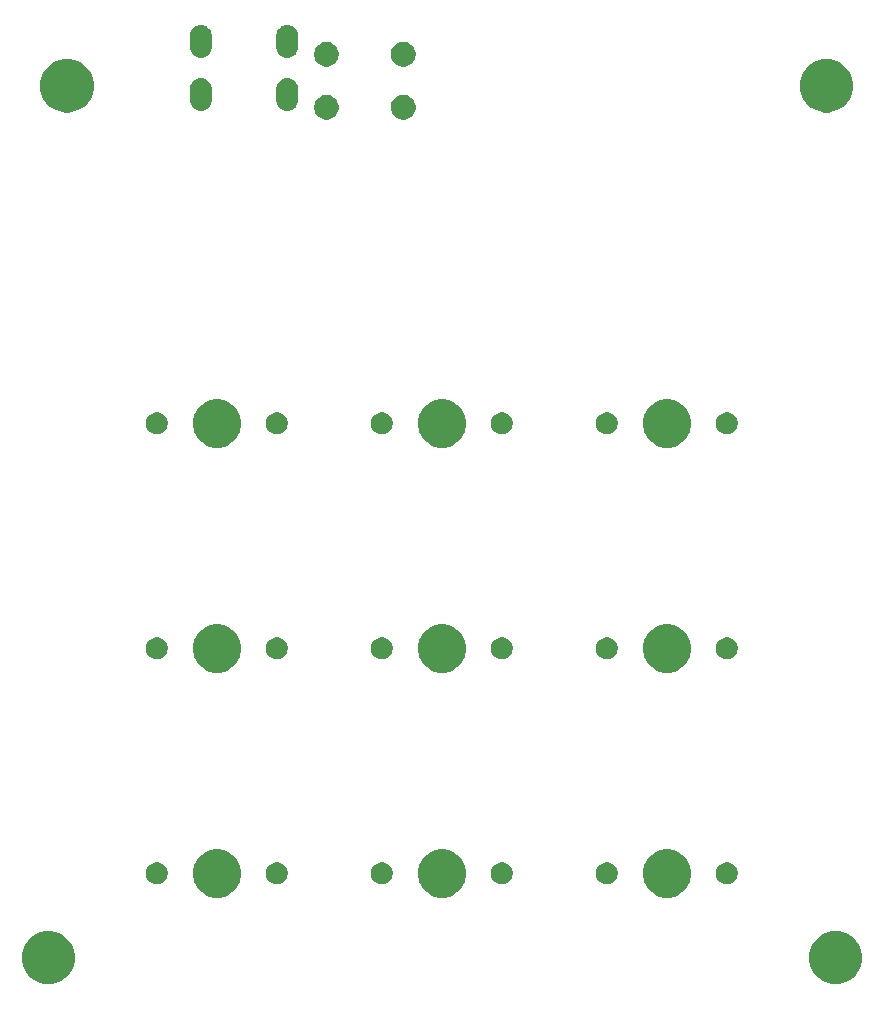
<source format=gts>
G04 #@! TF.GenerationSoftware,KiCad,Pcbnew,(5.1.4)-1*
G04 #@! TF.CreationDate,2019-10-28T00:07:01+02:00*
G04 #@! TF.ProjectId,Macroboard,4d616372-6f62-46f6-9172-642e6b696361,rev?*
G04 #@! TF.SameCoordinates,Original*
G04 #@! TF.FileFunction,Soldermask,Top*
G04 #@! TF.FilePolarity,Negative*
%FSLAX46Y46*%
G04 Gerber Fmt 4.6, Leading zero omitted, Abs format (unit mm)*
G04 Created by KiCad (PCBNEW (5.1.4)-1) date 2019-10-28 00:07:01*
%MOMM*%
%LPD*%
G04 APERTURE LIST*
%ADD10C,0.100000*%
G04 APERTURE END LIST*
D10*
G36*
X271738380Y-140634776D02*
G01*
X272119093Y-140710504D01*
X272528749Y-140880189D01*
X272897429Y-141126534D01*
X273210966Y-141440071D01*
X273457311Y-141808751D01*
X273626996Y-142218407D01*
X273713500Y-142653296D01*
X273713500Y-143096704D01*
X273626996Y-143531593D01*
X273457311Y-143941249D01*
X273210966Y-144309929D01*
X272897429Y-144623466D01*
X272528749Y-144869811D01*
X272119093Y-145039496D01*
X271738380Y-145115224D01*
X271684205Y-145126000D01*
X271240795Y-145126000D01*
X271186620Y-145115224D01*
X270805907Y-145039496D01*
X270396251Y-144869811D01*
X270027571Y-144623466D01*
X269714034Y-144309929D01*
X269467689Y-143941249D01*
X269298004Y-143531593D01*
X269211500Y-143096704D01*
X269211500Y-142653296D01*
X269298004Y-142218407D01*
X269467689Y-141808751D01*
X269714034Y-141440071D01*
X270027571Y-141126534D01*
X270396251Y-140880189D01*
X270805907Y-140710504D01*
X271186620Y-140634776D01*
X271240795Y-140624000D01*
X271684205Y-140624000D01*
X271738380Y-140634776D01*
X271738380Y-140634776D01*
G37*
G36*
X205063380Y-140634776D02*
G01*
X205444093Y-140710504D01*
X205853749Y-140880189D01*
X206222429Y-141126534D01*
X206535966Y-141440071D01*
X206782311Y-141808751D01*
X206951996Y-142218407D01*
X207038500Y-142653296D01*
X207038500Y-143096704D01*
X206951996Y-143531593D01*
X206782311Y-143941249D01*
X206535966Y-144309929D01*
X206222429Y-144623466D01*
X205853749Y-144869811D01*
X205444093Y-145039496D01*
X205063380Y-145115224D01*
X205009205Y-145126000D01*
X204565795Y-145126000D01*
X204511620Y-145115224D01*
X204130907Y-145039496D01*
X203721251Y-144869811D01*
X203352571Y-144623466D01*
X203039034Y-144309929D01*
X202792689Y-143941249D01*
X202623004Y-143531593D01*
X202536500Y-143096704D01*
X202536500Y-142653296D01*
X202623004Y-142218407D01*
X202792689Y-141808751D01*
X203039034Y-141440071D01*
X203352571Y-141126534D01*
X203721251Y-140880189D01*
X204130907Y-140710504D01*
X204511620Y-140634776D01*
X204565795Y-140624000D01*
X205009205Y-140624000D01*
X205063380Y-140634776D01*
X205063380Y-140634776D01*
G37*
G36*
X257771474Y-133764934D02*
G01*
X257989474Y-133855233D01*
X258143623Y-133919083D01*
X258478548Y-134142873D01*
X258763377Y-134427702D01*
X258987167Y-134762627D01*
X259019562Y-134840836D01*
X259141316Y-135134776D01*
X259219900Y-135529844D01*
X259219900Y-135932656D01*
X259141316Y-136327724D01*
X259090451Y-136450522D01*
X258987167Y-136699873D01*
X258763377Y-137034798D01*
X258478548Y-137319627D01*
X258143623Y-137543417D01*
X257989474Y-137607267D01*
X257771474Y-137697566D01*
X257376406Y-137776150D01*
X256973594Y-137776150D01*
X256578526Y-137697566D01*
X256360526Y-137607267D01*
X256206377Y-137543417D01*
X255871452Y-137319627D01*
X255586623Y-137034798D01*
X255362833Y-136699873D01*
X255259549Y-136450522D01*
X255208684Y-136327724D01*
X255130100Y-135932656D01*
X255130100Y-135529844D01*
X255208684Y-135134776D01*
X255330438Y-134840836D01*
X255362833Y-134762627D01*
X255586623Y-134427702D01*
X255871452Y-134142873D01*
X256206377Y-133919083D01*
X256360526Y-133855233D01*
X256578526Y-133764934D01*
X256973594Y-133686350D01*
X257376406Y-133686350D01*
X257771474Y-133764934D01*
X257771474Y-133764934D01*
G37*
G36*
X219671474Y-133764934D02*
G01*
X219889474Y-133855233D01*
X220043623Y-133919083D01*
X220378548Y-134142873D01*
X220663377Y-134427702D01*
X220887167Y-134762627D01*
X220919562Y-134840836D01*
X221041316Y-135134776D01*
X221119900Y-135529844D01*
X221119900Y-135932656D01*
X221041316Y-136327724D01*
X220990451Y-136450522D01*
X220887167Y-136699873D01*
X220663377Y-137034798D01*
X220378548Y-137319627D01*
X220043623Y-137543417D01*
X219889474Y-137607267D01*
X219671474Y-137697566D01*
X219276406Y-137776150D01*
X218873594Y-137776150D01*
X218478526Y-137697566D01*
X218260526Y-137607267D01*
X218106377Y-137543417D01*
X217771452Y-137319627D01*
X217486623Y-137034798D01*
X217262833Y-136699873D01*
X217159549Y-136450522D01*
X217108684Y-136327724D01*
X217030100Y-135932656D01*
X217030100Y-135529844D01*
X217108684Y-135134776D01*
X217230438Y-134840836D01*
X217262833Y-134762627D01*
X217486623Y-134427702D01*
X217771452Y-134142873D01*
X218106377Y-133919083D01*
X218260526Y-133855233D01*
X218478526Y-133764934D01*
X218873594Y-133686350D01*
X219276406Y-133686350D01*
X219671474Y-133764934D01*
X219671474Y-133764934D01*
G37*
G36*
X238721474Y-133764934D02*
G01*
X238939474Y-133855233D01*
X239093623Y-133919083D01*
X239428548Y-134142873D01*
X239713377Y-134427702D01*
X239937167Y-134762627D01*
X239969562Y-134840836D01*
X240091316Y-135134776D01*
X240169900Y-135529844D01*
X240169900Y-135932656D01*
X240091316Y-136327724D01*
X240040451Y-136450522D01*
X239937167Y-136699873D01*
X239713377Y-137034798D01*
X239428548Y-137319627D01*
X239093623Y-137543417D01*
X238939474Y-137607267D01*
X238721474Y-137697566D01*
X238326406Y-137776150D01*
X237923594Y-137776150D01*
X237528526Y-137697566D01*
X237310526Y-137607267D01*
X237156377Y-137543417D01*
X236821452Y-137319627D01*
X236536623Y-137034798D01*
X236312833Y-136699873D01*
X236209549Y-136450522D01*
X236158684Y-136327724D01*
X236080100Y-135932656D01*
X236080100Y-135529844D01*
X236158684Y-135134776D01*
X236280438Y-134840836D01*
X236312833Y-134762627D01*
X236536623Y-134427702D01*
X236821452Y-134142873D01*
X237156377Y-133919083D01*
X237310526Y-133855233D01*
X237528526Y-133764934D01*
X237923594Y-133686350D01*
X238326406Y-133686350D01*
X238721474Y-133764934D01*
X238721474Y-133764934D01*
G37*
G36*
X214265104Y-134840835D02*
G01*
X214433626Y-134910639D01*
X214585291Y-135011978D01*
X214714272Y-135140959D01*
X214815611Y-135292624D01*
X214885415Y-135461146D01*
X214921000Y-135640047D01*
X214921000Y-135822453D01*
X214885415Y-136001354D01*
X214815611Y-136169876D01*
X214714272Y-136321541D01*
X214585291Y-136450522D01*
X214433626Y-136551861D01*
X214265104Y-136621665D01*
X214086203Y-136657250D01*
X213903797Y-136657250D01*
X213724896Y-136621665D01*
X213556374Y-136551861D01*
X213404709Y-136450522D01*
X213275728Y-136321541D01*
X213174389Y-136169876D01*
X213104585Y-136001354D01*
X213069000Y-135822453D01*
X213069000Y-135640047D01*
X213104585Y-135461146D01*
X213174389Y-135292624D01*
X213275728Y-135140959D01*
X213404709Y-135011978D01*
X213556374Y-134910639D01*
X213724896Y-134840835D01*
X213903797Y-134805250D01*
X214086203Y-134805250D01*
X214265104Y-134840835D01*
X214265104Y-134840835D01*
G37*
G36*
X233315104Y-134840835D02*
G01*
X233483626Y-134910639D01*
X233635291Y-135011978D01*
X233764272Y-135140959D01*
X233865611Y-135292624D01*
X233935415Y-135461146D01*
X233971000Y-135640047D01*
X233971000Y-135822453D01*
X233935415Y-136001354D01*
X233865611Y-136169876D01*
X233764272Y-136321541D01*
X233635291Y-136450522D01*
X233483626Y-136551861D01*
X233315104Y-136621665D01*
X233136203Y-136657250D01*
X232953797Y-136657250D01*
X232774896Y-136621665D01*
X232606374Y-136551861D01*
X232454709Y-136450522D01*
X232325728Y-136321541D01*
X232224389Y-136169876D01*
X232154585Y-136001354D01*
X232119000Y-135822453D01*
X232119000Y-135640047D01*
X232154585Y-135461146D01*
X232224389Y-135292624D01*
X232325728Y-135140959D01*
X232454709Y-135011978D01*
X232606374Y-134910639D01*
X232774896Y-134840835D01*
X232953797Y-134805250D01*
X233136203Y-134805250D01*
X233315104Y-134840835D01*
X233315104Y-134840835D01*
G37*
G36*
X224425104Y-134840835D02*
G01*
X224593626Y-134910639D01*
X224745291Y-135011978D01*
X224874272Y-135140959D01*
X224975611Y-135292624D01*
X225045415Y-135461146D01*
X225081000Y-135640047D01*
X225081000Y-135822453D01*
X225045415Y-136001354D01*
X224975611Y-136169876D01*
X224874272Y-136321541D01*
X224745291Y-136450522D01*
X224593626Y-136551861D01*
X224425104Y-136621665D01*
X224246203Y-136657250D01*
X224063797Y-136657250D01*
X223884896Y-136621665D01*
X223716374Y-136551861D01*
X223564709Y-136450522D01*
X223435728Y-136321541D01*
X223334389Y-136169876D01*
X223264585Y-136001354D01*
X223229000Y-135822453D01*
X223229000Y-135640047D01*
X223264585Y-135461146D01*
X223334389Y-135292624D01*
X223435728Y-135140959D01*
X223564709Y-135011978D01*
X223716374Y-134910639D01*
X223884896Y-134840835D01*
X224063797Y-134805250D01*
X224246203Y-134805250D01*
X224425104Y-134840835D01*
X224425104Y-134840835D01*
G37*
G36*
X262525104Y-134840835D02*
G01*
X262693626Y-134910639D01*
X262845291Y-135011978D01*
X262974272Y-135140959D01*
X263075611Y-135292624D01*
X263145415Y-135461146D01*
X263181000Y-135640047D01*
X263181000Y-135822453D01*
X263145415Y-136001354D01*
X263075611Y-136169876D01*
X262974272Y-136321541D01*
X262845291Y-136450522D01*
X262693626Y-136551861D01*
X262525104Y-136621665D01*
X262346203Y-136657250D01*
X262163797Y-136657250D01*
X261984896Y-136621665D01*
X261816374Y-136551861D01*
X261664709Y-136450522D01*
X261535728Y-136321541D01*
X261434389Y-136169876D01*
X261364585Y-136001354D01*
X261329000Y-135822453D01*
X261329000Y-135640047D01*
X261364585Y-135461146D01*
X261434389Y-135292624D01*
X261535728Y-135140959D01*
X261664709Y-135011978D01*
X261816374Y-134910639D01*
X261984896Y-134840835D01*
X262163797Y-134805250D01*
X262346203Y-134805250D01*
X262525104Y-134840835D01*
X262525104Y-134840835D01*
G37*
G36*
X252365104Y-134840835D02*
G01*
X252533626Y-134910639D01*
X252685291Y-135011978D01*
X252814272Y-135140959D01*
X252915611Y-135292624D01*
X252985415Y-135461146D01*
X253021000Y-135640047D01*
X253021000Y-135822453D01*
X252985415Y-136001354D01*
X252915611Y-136169876D01*
X252814272Y-136321541D01*
X252685291Y-136450522D01*
X252533626Y-136551861D01*
X252365104Y-136621665D01*
X252186203Y-136657250D01*
X252003797Y-136657250D01*
X251824896Y-136621665D01*
X251656374Y-136551861D01*
X251504709Y-136450522D01*
X251375728Y-136321541D01*
X251274389Y-136169876D01*
X251204585Y-136001354D01*
X251169000Y-135822453D01*
X251169000Y-135640047D01*
X251204585Y-135461146D01*
X251274389Y-135292624D01*
X251375728Y-135140959D01*
X251504709Y-135011978D01*
X251656374Y-134910639D01*
X251824896Y-134840835D01*
X252003797Y-134805250D01*
X252186203Y-134805250D01*
X252365104Y-134840835D01*
X252365104Y-134840835D01*
G37*
G36*
X243475104Y-134840835D02*
G01*
X243643626Y-134910639D01*
X243795291Y-135011978D01*
X243924272Y-135140959D01*
X244025611Y-135292624D01*
X244095415Y-135461146D01*
X244131000Y-135640047D01*
X244131000Y-135822453D01*
X244095415Y-136001354D01*
X244025611Y-136169876D01*
X243924272Y-136321541D01*
X243795291Y-136450522D01*
X243643626Y-136551861D01*
X243475104Y-136621665D01*
X243296203Y-136657250D01*
X243113797Y-136657250D01*
X242934896Y-136621665D01*
X242766374Y-136551861D01*
X242614709Y-136450522D01*
X242485728Y-136321541D01*
X242384389Y-136169876D01*
X242314585Y-136001354D01*
X242279000Y-135822453D01*
X242279000Y-135640047D01*
X242314585Y-135461146D01*
X242384389Y-135292624D01*
X242485728Y-135140959D01*
X242614709Y-135011978D01*
X242766374Y-134910639D01*
X242934896Y-134840835D01*
X243113797Y-134805250D01*
X243296203Y-134805250D01*
X243475104Y-134840835D01*
X243475104Y-134840835D01*
G37*
G36*
X219671474Y-114714934D02*
G01*
X219889474Y-114805233D01*
X220043623Y-114869083D01*
X220378548Y-115092873D01*
X220663377Y-115377702D01*
X220887167Y-115712627D01*
X220919562Y-115790836D01*
X221041316Y-116084776D01*
X221119900Y-116479844D01*
X221119900Y-116882656D01*
X221041316Y-117277724D01*
X220990451Y-117400522D01*
X220887167Y-117649873D01*
X220663377Y-117984798D01*
X220378548Y-118269627D01*
X220043623Y-118493417D01*
X219889474Y-118557267D01*
X219671474Y-118647566D01*
X219276406Y-118726150D01*
X218873594Y-118726150D01*
X218478526Y-118647566D01*
X218260526Y-118557267D01*
X218106377Y-118493417D01*
X217771452Y-118269627D01*
X217486623Y-117984798D01*
X217262833Y-117649873D01*
X217159549Y-117400522D01*
X217108684Y-117277724D01*
X217030100Y-116882656D01*
X217030100Y-116479844D01*
X217108684Y-116084776D01*
X217230438Y-115790836D01*
X217262833Y-115712627D01*
X217486623Y-115377702D01*
X217771452Y-115092873D01*
X218106377Y-114869083D01*
X218260526Y-114805233D01*
X218478526Y-114714934D01*
X218873594Y-114636350D01*
X219276406Y-114636350D01*
X219671474Y-114714934D01*
X219671474Y-114714934D01*
G37*
G36*
X238721474Y-114714934D02*
G01*
X238939474Y-114805233D01*
X239093623Y-114869083D01*
X239428548Y-115092873D01*
X239713377Y-115377702D01*
X239937167Y-115712627D01*
X239969562Y-115790836D01*
X240091316Y-116084776D01*
X240169900Y-116479844D01*
X240169900Y-116882656D01*
X240091316Y-117277724D01*
X240040451Y-117400522D01*
X239937167Y-117649873D01*
X239713377Y-117984798D01*
X239428548Y-118269627D01*
X239093623Y-118493417D01*
X238939474Y-118557267D01*
X238721474Y-118647566D01*
X238326406Y-118726150D01*
X237923594Y-118726150D01*
X237528526Y-118647566D01*
X237310526Y-118557267D01*
X237156377Y-118493417D01*
X236821452Y-118269627D01*
X236536623Y-117984798D01*
X236312833Y-117649873D01*
X236209549Y-117400522D01*
X236158684Y-117277724D01*
X236080100Y-116882656D01*
X236080100Y-116479844D01*
X236158684Y-116084776D01*
X236280438Y-115790836D01*
X236312833Y-115712627D01*
X236536623Y-115377702D01*
X236821452Y-115092873D01*
X237156377Y-114869083D01*
X237310526Y-114805233D01*
X237528526Y-114714934D01*
X237923594Y-114636350D01*
X238326406Y-114636350D01*
X238721474Y-114714934D01*
X238721474Y-114714934D01*
G37*
G36*
X257771474Y-114714934D02*
G01*
X257989474Y-114805233D01*
X258143623Y-114869083D01*
X258478548Y-115092873D01*
X258763377Y-115377702D01*
X258987167Y-115712627D01*
X259019562Y-115790836D01*
X259141316Y-116084776D01*
X259219900Y-116479844D01*
X259219900Y-116882656D01*
X259141316Y-117277724D01*
X259090451Y-117400522D01*
X258987167Y-117649873D01*
X258763377Y-117984798D01*
X258478548Y-118269627D01*
X258143623Y-118493417D01*
X257989474Y-118557267D01*
X257771474Y-118647566D01*
X257376406Y-118726150D01*
X256973594Y-118726150D01*
X256578526Y-118647566D01*
X256360526Y-118557267D01*
X256206377Y-118493417D01*
X255871452Y-118269627D01*
X255586623Y-117984798D01*
X255362833Y-117649873D01*
X255259549Y-117400522D01*
X255208684Y-117277724D01*
X255130100Y-116882656D01*
X255130100Y-116479844D01*
X255208684Y-116084776D01*
X255330438Y-115790836D01*
X255362833Y-115712627D01*
X255586623Y-115377702D01*
X255871452Y-115092873D01*
X256206377Y-114869083D01*
X256360526Y-114805233D01*
X256578526Y-114714934D01*
X256973594Y-114636350D01*
X257376406Y-114636350D01*
X257771474Y-114714934D01*
X257771474Y-114714934D01*
G37*
G36*
X214265104Y-115790835D02*
G01*
X214433626Y-115860639D01*
X214585291Y-115961978D01*
X214714272Y-116090959D01*
X214815611Y-116242624D01*
X214885415Y-116411146D01*
X214921000Y-116590047D01*
X214921000Y-116772453D01*
X214885415Y-116951354D01*
X214815611Y-117119876D01*
X214714272Y-117271541D01*
X214585291Y-117400522D01*
X214433626Y-117501861D01*
X214265104Y-117571665D01*
X214086203Y-117607250D01*
X213903797Y-117607250D01*
X213724896Y-117571665D01*
X213556374Y-117501861D01*
X213404709Y-117400522D01*
X213275728Y-117271541D01*
X213174389Y-117119876D01*
X213104585Y-116951354D01*
X213069000Y-116772453D01*
X213069000Y-116590047D01*
X213104585Y-116411146D01*
X213174389Y-116242624D01*
X213275728Y-116090959D01*
X213404709Y-115961978D01*
X213556374Y-115860639D01*
X213724896Y-115790835D01*
X213903797Y-115755250D01*
X214086203Y-115755250D01*
X214265104Y-115790835D01*
X214265104Y-115790835D01*
G37*
G36*
X224425104Y-115790835D02*
G01*
X224593626Y-115860639D01*
X224745291Y-115961978D01*
X224874272Y-116090959D01*
X224975611Y-116242624D01*
X225045415Y-116411146D01*
X225081000Y-116590047D01*
X225081000Y-116772453D01*
X225045415Y-116951354D01*
X224975611Y-117119876D01*
X224874272Y-117271541D01*
X224745291Y-117400522D01*
X224593626Y-117501861D01*
X224425104Y-117571665D01*
X224246203Y-117607250D01*
X224063797Y-117607250D01*
X223884896Y-117571665D01*
X223716374Y-117501861D01*
X223564709Y-117400522D01*
X223435728Y-117271541D01*
X223334389Y-117119876D01*
X223264585Y-116951354D01*
X223229000Y-116772453D01*
X223229000Y-116590047D01*
X223264585Y-116411146D01*
X223334389Y-116242624D01*
X223435728Y-116090959D01*
X223564709Y-115961978D01*
X223716374Y-115860639D01*
X223884896Y-115790835D01*
X224063797Y-115755250D01*
X224246203Y-115755250D01*
X224425104Y-115790835D01*
X224425104Y-115790835D01*
G37*
G36*
X233315104Y-115790835D02*
G01*
X233483626Y-115860639D01*
X233635291Y-115961978D01*
X233764272Y-116090959D01*
X233865611Y-116242624D01*
X233935415Y-116411146D01*
X233971000Y-116590047D01*
X233971000Y-116772453D01*
X233935415Y-116951354D01*
X233865611Y-117119876D01*
X233764272Y-117271541D01*
X233635291Y-117400522D01*
X233483626Y-117501861D01*
X233315104Y-117571665D01*
X233136203Y-117607250D01*
X232953797Y-117607250D01*
X232774896Y-117571665D01*
X232606374Y-117501861D01*
X232454709Y-117400522D01*
X232325728Y-117271541D01*
X232224389Y-117119876D01*
X232154585Y-116951354D01*
X232119000Y-116772453D01*
X232119000Y-116590047D01*
X232154585Y-116411146D01*
X232224389Y-116242624D01*
X232325728Y-116090959D01*
X232454709Y-115961978D01*
X232606374Y-115860639D01*
X232774896Y-115790835D01*
X232953797Y-115755250D01*
X233136203Y-115755250D01*
X233315104Y-115790835D01*
X233315104Y-115790835D01*
G37*
G36*
X252365104Y-115790835D02*
G01*
X252533626Y-115860639D01*
X252685291Y-115961978D01*
X252814272Y-116090959D01*
X252915611Y-116242624D01*
X252985415Y-116411146D01*
X253021000Y-116590047D01*
X253021000Y-116772453D01*
X252985415Y-116951354D01*
X252915611Y-117119876D01*
X252814272Y-117271541D01*
X252685291Y-117400522D01*
X252533626Y-117501861D01*
X252365104Y-117571665D01*
X252186203Y-117607250D01*
X252003797Y-117607250D01*
X251824896Y-117571665D01*
X251656374Y-117501861D01*
X251504709Y-117400522D01*
X251375728Y-117271541D01*
X251274389Y-117119876D01*
X251204585Y-116951354D01*
X251169000Y-116772453D01*
X251169000Y-116590047D01*
X251204585Y-116411146D01*
X251274389Y-116242624D01*
X251375728Y-116090959D01*
X251504709Y-115961978D01*
X251656374Y-115860639D01*
X251824896Y-115790835D01*
X252003797Y-115755250D01*
X252186203Y-115755250D01*
X252365104Y-115790835D01*
X252365104Y-115790835D01*
G37*
G36*
X262525104Y-115790835D02*
G01*
X262693626Y-115860639D01*
X262845291Y-115961978D01*
X262974272Y-116090959D01*
X263075611Y-116242624D01*
X263145415Y-116411146D01*
X263181000Y-116590047D01*
X263181000Y-116772453D01*
X263145415Y-116951354D01*
X263075611Y-117119876D01*
X262974272Y-117271541D01*
X262845291Y-117400522D01*
X262693626Y-117501861D01*
X262525104Y-117571665D01*
X262346203Y-117607250D01*
X262163797Y-117607250D01*
X261984896Y-117571665D01*
X261816374Y-117501861D01*
X261664709Y-117400522D01*
X261535728Y-117271541D01*
X261434389Y-117119876D01*
X261364585Y-116951354D01*
X261329000Y-116772453D01*
X261329000Y-116590047D01*
X261364585Y-116411146D01*
X261434389Y-116242624D01*
X261535728Y-116090959D01*
X261664709Y-115961978D01*
X261816374Y-115860639D01*
X261984896Y-115790835D01*
X262163797Y-115755250D01*
X262346203Y-115755250D01*
X262525104Y-115790835D01*
X262525104Y-115790835D01*
G37*
G36*
X243475104Y-115790835D02*
G01*
X243643626Y-115860639D01*
X243795291Y-115961978D01*
X243924272Y-116090959D01*
X244025611Y-116242624D01*
X244095415Y-116411146D01*
X244131000Y-116590047D01*
X244131000Y-116772453D01*
X244095415Y-116951354D01*
X244025611Y-117119876D01*
X243924272Y-117271541D01*
X243795291Y-117400522D01*
X243643626Y-117501861D01*
X243475104Y-117571665D01*
X243296203Y-117607250D01*
X243113797Y-117607250D01*
X242934896Y-117571665D01*
X242766374Y-117501861D01*
X242614709Y-117400522D01*
X242485728Y-117271541D01*
X242384389Y-117119876D01*
X242314585Y-116951354D01*
X242279000Y-116772453D01*
X242279000Y-116590047D01*
X242314585Y-116411146D01*
X242384389Y-116242624D01*
X242485728Y-116090959D01*
X242614709Y-115961978D01*
X242766374Y-115860639D01*
X242934896Y-115790835D01*
X243113797Y-115755250D01*
X243296203Y-115755250D01*
X243475104Y-115790835D01*
X243475104Y-115790835D01*
G37*
G36*
X238721474Y-95664934D02*
G01*
X238939474Y-95755233D01*
X239093623Y-95819083D01*
X239428548Y-96042873D01*
X239713377Y-96327702D01*
X239937167Y-96662627D01*
X239969562Y-96740836D01*
X240091316Y-97034776D01*
X240169900Y-97429844D01*
X240169900Y-97832656D01*
X240091316Y-98227724D01*
X240040451Y-98350522D01*
X239937167Y-98599873D01*
X239713377Y-98934798D01*
X239428548Y-99219627D01*
X239093623Y-99443417D01*
X238939474Y-99507267D01*
X238721474Y-99597566D01*
X238326406Y-99676150D01*
X237923594Y-99676150D01*
X237528526Y-99597566D01*
X237310526Y-99507267D01*
X237156377Y-99443417D01*
X236821452Y-99219627D01*
X236536623Y-98934798D01*
X236312833Y-98599873D01*
X236209549Y-98350522D01*
X236158684Y-98227724D01*
X236080100Y-97832656D01*
X236080100Y-97429844D01*
X236158684Y-97034776D01*
X236280438Y-96740836D01*
X236312833Y-96662627D01*
X236536623Y-96327702D01*
X236821452Y-96042873D01*
X237156377Y-95819083D01*
X237310526Y-95755233D01*
X237528526Y-95664934D01*
X237923594Y-95586350D01*
X238326406Y-95586350D01*
X238721474Y-95664934D01*
X238721474Y-95664934D01*
G37*
G36*
X219671474Y-95664934D02*
G01*
X219889474Y-95755233D01*
X220043623Y-95819083D01*
X220378548Y-96042873D01*
X220663377Y-96327702D01*
X220887167Y-96662627D01*
X220919562Y-96740836D01*
X221041316Y-97034776D01*
X221119900Y-97429844D01*
X221119900Y-97832656D01*
X221041316Y-98227724D01*
X220990451Y-98350522D01*
X220887167Y-98599873D01*
X220663377Y-98934798D01*
X220378548Y-99219627D01*
X220043623Y-99443417D01*
X219889474Y-99507267D01*
X219671474Y-99597566D01*
X219276406Y-99676150D01*
X218873594Y-99676150D01*
X218478526Y-99597566D01*
X218260526Y-99507267D01*
X218106377Y-99443417D01*
X217771452Y-99219627D01*
X217486623Y-98934798D01*
X217262833Y-98599873D01*
X217159549Y-98350522D01*
X217108684Y-98227724D01*
X217030100Y-97832656D01*
X217030100Y-97429844D01*
X217108684Y-97034776D01*
X217230438Y-96740836D01*
X217262833Y-96662627D01*
X217486623Y-96327702D01*
X217771452Y-96042873D01*
X218106377Y-95819083D01*
X218260526Y-95755233D01*
X218478526Y-95664934D01*
X218873594Y-95586350D01*
X219276406Y-95586350D01*
X219671474Y-95664934D01*
X219671474Y-95664934D01*
G37*
G36*
X257771474Y-95664934D02*
G01*
X257989474Y-95755233D01*
X258143623Y-95819083D01*
X258478548Y-96042873D01*
X258763377Y-96327702D01*
X258987167Y-96662627D01*
X259019562Y-96740836D01*
X259141316Y-97034776D01*
X259219900Y-97429844D01*
X259219900Y-97832656D01*
X259141316Y-98227724D01*
X259090451Y-98350522D01*
X258987167Y-98599873D01*
X258763377Y-98934798D01*
X258478548Y-99219627D01*
X258143623Y-99443417D01*
X257989474Y-99507267D01*
X257771474Y-99597566D01*
X257376406Y-99676150D01*
X256973594Y-99676150D01*
X256578526Y-99597566D01*
X256360526Y-99507267D01*
X256206377Y-99443417D01*
X255871452Y-99219627D01*
X255586623Y-98934798D01*
X255362833Y-98599873D01*
X255259549Y-98350522D01*
X255208684Y-98227724D01*
X255130100Y-97832656D01*
X255130100Y-97429844D01*
X255208684Y-97034776D01*
X255330438Y-96740836D01*
X255362833Y-96662627D01*
X255586623Y-96327702D01*
X255871452Y-96042873D01*
X256206377Y-95819083D01*
X256360526Y-95755233D01*
X256578526Y-95664934D01*
X256973594Y-95586350D01*
X257376406Y-95586350D01*
X257771474Y-95664934D01*
X257771474Y-95664934D01*
G37*
G36*
X224425104Y-96740835D02*
G01*
X224593626Y-96810639D01*
X224745291Y-96911978D01*
X224874272Y-97040959D01*
X224975611Y-97192624D01*
X225045415Y-97361146D01*
X225081000Y-97540047D01*
X225081000Y-97722453D01*
X225045415Y-97901354D01*
X224975611Y-98069876D01*
X224874272Y-98221541D01*
X224745291Y-98350522D01*
X224593626Y-98451861D01*
X224425104Y-98521665D01*
X224246203Y-98557250D01*
X224063797Y-98557250D01*
X223884896Y-98521665D01*
X223716374Y-98451861D01*
X223564709Y-98350522D01*
X223435728Y-98221541D01*
X223334389Y-98069876D01*
X223264585Y-97901354D01*
X223229000Y-97722453D01*
X223229000Y-97540047D01*
X223264585Y-97361146D01*
X223334389Y-97192624D01*
X223435728Y-97040959D01*
X223564709Y-96911978D01*
X223716374Y-96810639D01*
X223884896Y-96740835D01*
X224063797Y-96705250D01*
X224246203Y-96705250D01*
X224425104Y-96740835D01*
X224425104Y-96740835D01*
G37*
G36*
X243475104Y-96740835D02*
G01*
X243643626Y-96810639D01*
X243795291Y-96911978D01*
X243924272Y-97040959D01*
X244025611Y-97192624D01*
X244095415Y-97361146D01*
X244131000Y-97540047D01*
X244131000Y-97722453D01*
X244095415Y-97901354D01*
X244025611Y-98069876D01*
X243924272Y-98221541D01*
X243795291Y-98350522D01*
X243643626Y-98451861D01*
X243475104Y-98521665D01*
X243296203Y-98557250D01*
X243113797Y-98557250D01*
X242934896Y-98521665D01*
X242766374Y-98451861D01*
X242614709Y-98350522D01*
X242485728Y-98221541D01*
X242384389Y-98069876D01*
X242314585Y-97901354D01*
X242279000Y-97722453D01*
X242279000Y-97540047D01*
X242314585Y-97361146D01*
X242384389Y-97192624D01*
X242485728Y-97040959D01*
X242614709Y-96911978D01*
X242766374Y-96810639D01*
X242934896Y-96740835D01*
X243113797Y-96705250D01*
X243296203Y-96705250D01*
X243475104Y-96740835D01*
X243475104Y-96740835D01*
G37*
G36*
X214265104Y-96740835D02*
G01*
X214433626Y-96810639D01*
X214585291Y-96911978D01*
X214714272Y-97040959D01*
X214815611Y-97192624D01*
X214885415Y-97361146D01*
X214921000Y-97540047D01*
X214921000Y-97722453D01*
X214885415Y-97901354D01*
X214815611Y-98069876D01*
X214714272Y-98221541D01*
X214585291Y-98350522D01*
X214433626Y-98451861D01*
X214265104Y-98521665D01*
X214086203Y-98557250D01*
X213903797Y-98557250D01*
X213724896Y-98521665D01*
X213556374Y-98451861D01*
X213404709Y-98350522D01*
X213275728Y-98221541D01*
X213174389Y-98069876D01*
X213104585Y-97901354D01*
X213069000Y-97722453D01*
X213069000Y-97540047D01*
X213104585Y-97361146D01*
X213174389Y-97192624D01*
X213275728Y-97040959D01*
X213404709Y-96911978D01*
X213556374Y-96810639D01*
X213724896Y-96740835D01*
X213903797Y-96705250D01*
X214086203Y-96705250D01*
X214265104Y-96740835D01*
X214265104Y-96740835D01*
G37*
G36*
X252365104Y-96740835D02*
G01*
X252533626Y-96810639D01*
X252685291Y-96911978D01*
X252814272Y-97040959D01*
X252915611Y-97192624D01*
X252985415Y-97361146D01*
X253021000Y-97540047D01*
X253021000Y-97722453D01*
X252985415Y-97901354D01*
X252915611Y-98069876D01*
X252814272Y-98221541D01*
X252685291Y-98350522D01*
X252533626Y-98451861D01*
X252365104Y-98521665D01*
X252186203Y-98557250D01*
X252003797Y-98557250D01*
X251824896Y-98521665D01*
X251656374Y-98451861D01*
X251504709Y-98350522D01*
X251375728Y-98221541D01*
X251274389Y-98069876D01*
X251204585Y-97901354D01*
X251169000Y-97722453D01*
X251169000Y-97540047D01*
X251204585Y-97361146D01*
X251274389Y-97192624D01*
X251375728Y-97040959D01*
X251504709Y-96911978D01*
X251656374Y-96810639D01*
X251824896Y-96740835D01*
X252003797Y-96705250D01*
X252186203Y-96705250D01*
X252365104Y-96740835D01*
X252365104Y-96740835D01*
G37*
G36*
X262525104Y-96740835D02*
G01*
X262693626Y-96810639D01*
X262845291Y-96911978D01*
X262974272Y-97040959D01*
X263075611Y-97192624D01*
X263145415Y-97361146D01*
X263181000Y-97540047D01*
X263181000Y-97722453D01*
X263145415Y-97901354D01*
X263075611Y-98069876D01*
X262974272Y-98221541D01*
X262845291Y-98350522D01*
X262693626Y-98451861D01*
X262525104Y-98521665D01*
X262346203Y-98557250D01*
X262163797Y-98557250D01*
X261984896Y-98521665D01*
X261816374Y-98451861D01*
X261664709Y-98350522D01*
X261535728Y-98221541D01*
X261434389Y-98069876D01*
X261364585Y-97901354D01*
X261329000Y-97722453D01*
X261329000Y-97540047D01*
X261364585Y-97361146D01*
X261434389Y-97192624D01*
X261535728Y-97040959D01*
X261664709Y-96911978D01*
X261816374Y-96810639D01*
X261984896Y-96740835D01*
X262163797Y-96705250D01*
X262346203Y-96705250D01*
X262525104Y-96740835D01*
X262525104Y-96740835D01*
G37*
G36*
X233315104Y-96740835D02*
G01*
X233483626Y-96810639D01*
X233635291Y-96911978D01*
X233764272Y-97040959D01*
X233865611Y-97192624D01*
X233935415Y-97361146D01*
X233971000Y-97540047D01*
X233971000Y-97722453D01*
X233935415Y-97901354D01*
X233865611Y-98069876D01*
X233764272Y-98221541D01*
X233635291Y-98350522D01*
X233483626Y-98451861D01*
X233315104Y-98521665D01*
X233136203Y-98557250D01*
X232953797Y-98557250D01*
X232774896Y-98521665D01*
X232606374Y-98451861D01*
X232454709Y-98350522D01*
X232325728Y-98221541D01*
X232224389Y-98069876D01*
X232154585Y-97901354D01*
X232119000Y-97722453D01*
X232119000Y-97540047D01*
X232154585Y-97361146D01*
X232224389Y-97192624D01*
X232325728Y-97040959D01*
X232454709Y-96911978D01*
X232606374Y-96810639D01*
X232774896Y-96740835D01*
X232953797Y-96705250D01*
X233136203Y-96705250D01*
X233315104Y-96740835D01*
X233315104Y-96740835D01*
G37*
G36*
X235152564Y-69855389D02*
G01*
X235343833Y-69934615D01*
X235343835Y-69934616D01*
X235515973Y-70049635D01*
X235662365Y-70196027D01*
X235765841Y-70350889D01*
X235777385Y-70368167D01*
X235856611Y-70559436D01*
X235897000Y-70762484D01*
X235897000Y-70969516D01*
X235856611Y-71172564D01*
X235836653Y-71220746D01*
X235777384Y-71363835D01*
X235662365Y-71535973D01*
X235515973Y-71682365D01*
X235343835Y-71797384D01*
X235343834Y-71797385D01*
X235343833Y-71797385D01*
X235152564Y-71876611D01*
X234949516Y-71917000D01*
X234742484Y-71917000D01*
X234539436Y-71876611D01*
X234348167Y-71797385D01*
X234348166Y-71797385D01*
X234348165Y-71797384D01*
X234176027Y-71682365D01*
X234029635Y-71535973D01*
X233914616Y-71363835D01*
X233855347Y-71220746D01*
X233835389Y-71172564D01*
X233795000Y-70969516D01*
X233795000Y-70762484D01*
X233835389Y-70559436D01*
X233914615Y-70368167D01*
X233926160Y-70350889D01*
X234029635Y-70196027D01*
X234176027Y-70049635D01*
X234348165Y-69934616D01*
X234348167Y-69934615D01*
X234539436Y-69855389D01*
X234742484Y-69815000D01*
X234949516Y-69815000D01*
X235152564Y-69855389D01*
X235152564Y-69855389D01*
G37*
G36*
X228652564Y-69855389D02*
G01*
X228843833Y-69934615D01*
X228843835Y-69934616D01*
X229015973Y-70049635D01*
X229162365Y-70196027D01*
X229265841Y-70350889D01*
X229277385Y-70368167D01*
X229356611Y-70559436D01*
X229397000Y-70762484D01*
X229397000Y-70969516D01*
X229356611Y-71172564D01*
X229336653Y-71220746D01*
X229277384Y-71363835D01*
X229162365Y-71535973D01*
X229015973Y-71682365D01*
X228843835Y-71797384D01*
X228843834Y-71797385D01*
X228843833Y-71797385D01*
X228652564Y-71876611D01*
X228449516Y-71917000D01*
X228242484Y-71917000D01*
X228039436Y-71876611D01*
X227848167Y-71797385D01*
X227848166Y-71797385D01*
X227848165Y-71797384D01*
X227676027Y-71682365D01*
X227529635Y-71535973D01*
X227414616Y-71363835D01*
X227355347Y-71220746D01*
X227335389Y-71172564D01*
X227295000Y-70969516D01*
X227295000Y-70762484D01*
X227335389Y-70559436D01*
X227414615Y-70368167D01*
X227426160Y-70350889D01*
X227529635Y-70196027D01*
X227676027Y-70049635D01*
X227848165Y-69934616D01*
X227848167Y-69934615D01*
X228039436Y-69855389D01*
X228242484Y-69815000D01*
X228449516Y-69815000D01*
X228652564Y-69855389D01*
X228652564Y-69855389D01*
G37*
G36*
X270944630Y-66816026D02*
G01*
X271325343Y-66891754D01*
X271734999Y-67061439D01*
X272103679Y-67307784D01*
X272417216Y-67621321D01*
X272663561Y-67990001D01*
X272833246Y-68399657D01*
X272919750Y-68834546D01*
X272919750Y-69277954D01*
X272833246Y-69712843D01*
X272663561Y-70122499D01*
X272417216Y-70491179D01*
X272103679Y-70804716D01*
X271734999Y-71051061D01*
X271325343Y-71220746D01*
X270944630Y-71296474D01*
X270890455Y-71307250D01*
X270447045Y-71307250D01*
X270392870Y-71296474D01*
X270012157Y-71220746D01*
X269602501Y-71051061D01*
X269233821Y-70804716D01*
X268920284Y-70491179D01*
X268673939Y-70122499D01*
X268504254Y-69712843D01*
X268417750Y-69277954D01*
X268417750Y-68834546D01*
X268504254Y-68399657D01*
X268673939Y-67990001D01*
X268920284Y-67621321D01*
X269233821Y-67307784D01*
X269602501Y-67061439D01*
X270012157Y-66891754D01*
X270392870Y-66816026D01*
X270447045Y-66805250D01*
X270890455Y-66805250D01*
X270944630Y-66816026D01*
X270944630Y-66816026D01*
G37*
G36*
X206650880Y-66816026D02*
G01*
X207031593Y-66891754D01*
X207441249Y-67061439D01*
X207809929Y-67307784D01*
X208123466Y-67621321D01*
X208369811Y-67990001D01*
X208539496Y-68399657D01*
X208626000Y-68834546D01*
X208626000Y-69277954D01*
X208539496Y-69712843D01*
X208369811Y-70122499D01*
X208123466Y-70491179D01*
X207809929Y-70804716D01*
X207441249Y-71051061D01*
X207031593Y-71220746D01*
X206650880Y-71296474D01*
X206596705Y-71307250D01*
X206153295Y-71307250D01*
X206099120Y-71296474D01*
X205718407Y-71220746D01*
X205308751Y-71051061D01*
X204940071Y-70804716D01*
X204626534Y-70491179D01*
X204380189Y-70122499D01*
X204210504Y-69712843D01*
X204124000Y-69277954D01*
X204124000Y-68834546D01*
X204210504Y-68399657D01*
X204380189Y-67990001D01*
X204626534Y-67621321D01*
X204940071Y-67307784D01*
X205308751Y-67061439D01*
X205718407Y-66891754D01*
X206099120Y-66816026D01*
X206153295Y-66805250D01*
X206596705Y-66805250D01*
X206650880Y-66816026D01*
X206650880Y-66816026D01*
G37*
G36*
X225187627Y-68390037D02*
G01*
X225357466Y-68441557D01*
X225513991Y-68525222D01*
X225549729Y-68554552D01*
X225651186Y-68637814D01*
X225734448Y-68739271D01*
X225763778Y-68775009D01*
X225847443Y-68931534D01*
X225898963Y-69101373D01*
X225912000Y-69233742D01*
X225912000Y-70322258D01*
X225898963Y-70454627D01*
X225847443Y-70624466D01*
X225763778Y-70780991D01*
X225744307Y-70804716D01*
X225651186Y-70918186D01*
X225513989Y-71030779D01*
X225399752Y-71091840D01*
X225357465Y-71114443D01*
X225187626Y-71165963D01*
X225011000Y-71183359D01*
X224834373Y-71165963D01*
X224664534Y-71114443D01*
X224508009Y-71030778D01*
X224472271Y-71001448D01*
X224370814Y-70918186D01*
X224258221Y-70780989D01*
X224174558Y-70624467D01*
X224174409Y-70623976D01*
X224123037Y-70454626D01*
X224110000Y-70322257D01*
X224110001Y-69233742D01*
X224123038Y-69101373D01*
X224174558Y-68931534D01*
X224258223Y-68775009D01*
X224287553Y-68739271D01*
X224370815Y-68637814D01*
X224472272Y-68554552D01*
X224508010Y-68525222D01*
X224664535Y-68441557D01*
X224834374Y-68390037D01*
X225011000Y-68372641D01*
X225187627Y-68390037D01*
X225187627Y-68390037D01*
G37*
G36*
X217887627Y-68390037D02*
G01*
X218057466Y-68441557D01*
X218213991Y-68525222D01*
X218249729Y-68554552D01*
X218351186Y-68637814D01*
X218434448Y-68739271D01*
X218463778Y-68775009D01*
X218547443Y-68931534D01*
X218598963Y-69101373D01*
X218612000Y-69233742D01*
X218612000Y-70322258D01*
X218598963Y-70454627D01*
X218547443Y-70624466D01*
X218463778Y-70780991D01*
X218444307Y-70804716D01*
X218351186Y-70918186D01*
X218213989Y-71030779D01*
X218099752Y-71091840D01*
X218057465Y-71114443D01*
X217887626Y-71165963D01*
X217711000Y-71183359D01*
X217534373Y-71165963D01*
X217364534Y-71114443D01*
X217208009Y-71030778D01*
X217172271Y-71001448D01*
X217070814Y-70918186D01*
X216958221Y-70780989D01*
X216874558Y-70624467D01*
X216874409Y-70623976D01*
X216823037Y-70454626D01*
X216810000Y-70322257D01*
X216810001Y-69233742D01*
X216823038Y-69101373D01*
X216874558Y-68931534D01*
X216958223Y-68775009D01*
X216987553Y-68739271D01*
X217070815Y-68637814D01*
X217172272Y-68554552D01*
X217208010Y-68525222D01*
X217364535Y-68441557D01*
X217534374Y-68390037D01*
X217711000Y-68372641D01*
X217887627Y-68390037D01*
X217887627Y-68390037D01*
G37*
G36*
X235152564Y-65355389D02*
G01*
X235343833Y-65434615D01*
X235343835Y-65434616D01*
X235515973Y-65549635D01*
X235662365Y-65696027D01*
X235746711Y-65822259D01*
X235777385Y-65868167D01*
X235856611Y-66059436D01*
X235897000Y-66262484D01*
X235897000Y-66469516D01*
X235856611Y-66672564D01*
X235801651Y-66805250D01*
X235777384Y-66863835D01*
X235662365Y-67035973D01*
X235515973Y-67182365D01*
X235343835Y-67297384D01*
X235343834Y-67297385D01*
X235343833Y-67297385D01*
X235152564Y-67376611D01*
X234949516Y-67417000D01*
X234742484Y-67417000D01*
X234539436Y-67376611D01*
X234348167Y-67297385D01*
X234348166Y-67297385D01*
X234348165Y-67297384D01*
X234176027Y-67182365D01*
X234029635Y-67035973D01*
X233914616Y-66863835D01*
X233890349Y-66805250D01*
X233835389Y-66672564D01*
X233795000Y-66469516D01*
X233795000Y-66262484D01*
X233835389Y-66059436D01*
X233914615Y-65868167D01*
X233945290Y-65822259D01*
X234029635Y-65696027D01*
X234176027Y-65549635D01*
X234348165Y-65434616D01*
X234348167Y-65434615D01*
X234539436Y-65355389D01*
X234742484Y-65315000D01*
X234949516Y-65315000D01*
X235152564Y-65355389D01*
X235152564Y-65355389D01*
G37*
G36*
X228652564Y-65355389D02*
G01*
X228843833Y-65434615D01*
X228843835Y-65434616D01*
X229015973Y-65549635D01*
X229162365Y-65696027D01*
X229246711Y-65822259D01*
X229277385Y-65868167D01*
X229356611Y-66059436D01*
X229397000Y-66262484D01*
X229397000Y-66469516D01*
X229356611Y-66672564D01*
X229301651Y-66805250D01*
X229277384Y-66863835D01*
X229162365Y-67035973D01*
X229015973Y-67182365D01*
X228843835Y-67297384D01*
X228843834Y-67297385D01*
X228843833Y-67297385D01*
X228652564Y-67376611D01*
X228449516Y-67417000D01*
X228242484Y-67417000D01*
X228039436Y-67376611D01*
X227848167Y-67297385D01*
X227848166Y-67297385D01*
X227848165Y-67297384D01*
X227676027Y-67182365D01*
X227529635Y-67035973D01*
X227414616Y-66863835D01*
X227390349Y-66805250D01*
X227335389Y-66672564D01*
X227295000Y-66469516D01*
X227295000Y-66262484D01*
X227335389Y-66059436D01*
X227414615Y-65868167D01*
X227445290Y-65822259D01*
X227529635Y-65696027D01*
X227676027Y-65549635D01*
X227848165Y-65434616D01*
X227848167Y-65434615D01*
X228039436Y-65355389D01*
X228242484Y-65315000D01*
X228449516Y-65315000D01*
X228652564Y-65355389D01*
X228652564Y-65355389D01*
G37*
G36*
X217887627Y-63890037D02*
G01*
X218057466Y-63941557D01*
X218213991Y-64025222D01*
X218249729Y-64054552D01*
X218351186Y-64137814D01*
X218434448Y-64239271D01*
X218463778Y-64275009D01*
X218547443Y-64431534D01*
X218598963Y-64601373D01*
X218612000Y-64733742D01*
X218612000Y-65822258D01*
X218598963Y-65954627D01*
X218547443Y-66124466D01*
X218463778Y-66280991D01*
X218434448Y-66316729D01*
X218351186Y-66418186D01*
X218213989Y-66530779D01*
X218057467Y-66614442D01*
X218057465Y-66614443D01*
X217887626Y-66665963D01*
X217711000Y-66683359D01*
X217534373Y-66665963D01*
X217364534Y-66614443D01*
X217208009Y-66530778D01*
X217172271Y-66501448D01*
X217070814Y-66418186D01*
X216958221Y-66280989D01*
X216874558Y-66124467D01*
X216854831Y-66059436D01*
X216823037Y-65954626D01*
X216810000Y-65822257D01*
X216810001Y-64733742D01*
X216823038Y-64601373D01*
X216874558Y-64431534D01*
X216958223Y-64275009D01*
X216987553Y-64239271D01*
X217070815Y-64137814D01*
X217172272Y-64054552D01*
X217208010Y-64025222D01*
X217364535Y-63941557D01*
X217534374Y-63890037D01*
X217711000Y-63872641D01*
X217887627Y-63890037D01*
X217887627Y-63890037D01*
G37*
G36*
X225187627Y-63890037D02*
G01*
X225357466Y-63941557D01*
X225513991Y-64025222D01*
X225549729Y-64054552D01*
X225651186Y-64137814D01*
X225734448Y-64239271D01*
X225763778Y-64275009D01*
X225847443Y-64431534D01*
X225898963Y-64601373D01*
X225912000Y-64733742D01*
X225912000Y-65822258D01*
X225898963Y-65954627D01*
X225847443Y-66124466D01*
X225763778Y-66280991D01*
X225734448Y-66316729D01*
X225651186Y-66418186D01*
X225513989Y-66530779D01*
X225357467Y-66614442D01*
X225357465Y-66614443D01*
X225187626Y-66665963D01*
X225011000Y-66683359D01*
X224834373Y-66665963D01*
X224664534Y-66614443D01*
X224508009Y-66530778D01*
X224472271Y-66501448D01*
X224370814Y-66418186D01*
X224258221Y-66280989D01*
X224174558Y-66124467D01*
X224154831Y-66059436D01*
X224123037Y-65954626D01*
X224110000Y-65822257D01*
X224110001Y-64733742D01*
X224123038Y-64601373D01*
X224174558Y-64431534D01*
X224258223Y-64275009D01*
X224287553Y-64239271D01*
X224370815Y-64137814D01*
X224472272Y-64054552D01*
X224508010Y-64025222D01*
X224664535Y-63941557D01*
X224834374Y-63890037D01*
X225011000Y-63872641D01*
X225187627Y-63890037D01*
X225187627Y-63890037D01*
G37*
M02*

</source>
